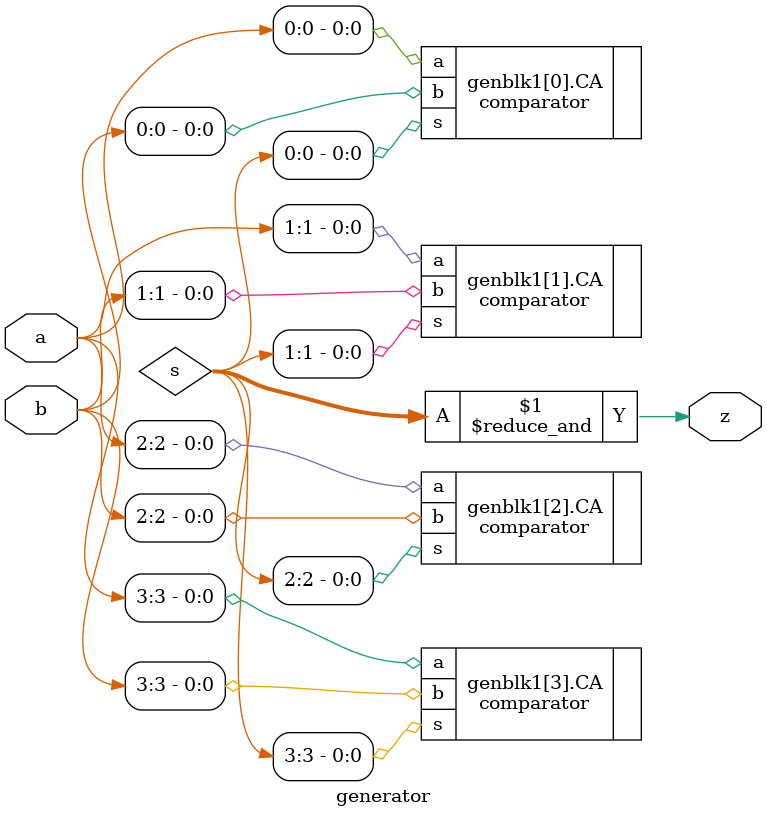
<source format=v>
`timescale 1ns/1ps

module generator
#( parameter N = 4)
(
    input  [N-1:0] a,
    input  [N-1:0] b,
    output wire z
);

    wire [N-1:0] s;

    genvar i;
    generate
        for (i = 0; i < N; i = i+1) 
	begin 
            comparator CA (
                .a(a[i]),
                .b(b[i]),
                .s(s[i])
            );
        end
    endgenerate
    assign z = &s;

endmodule


</source>
